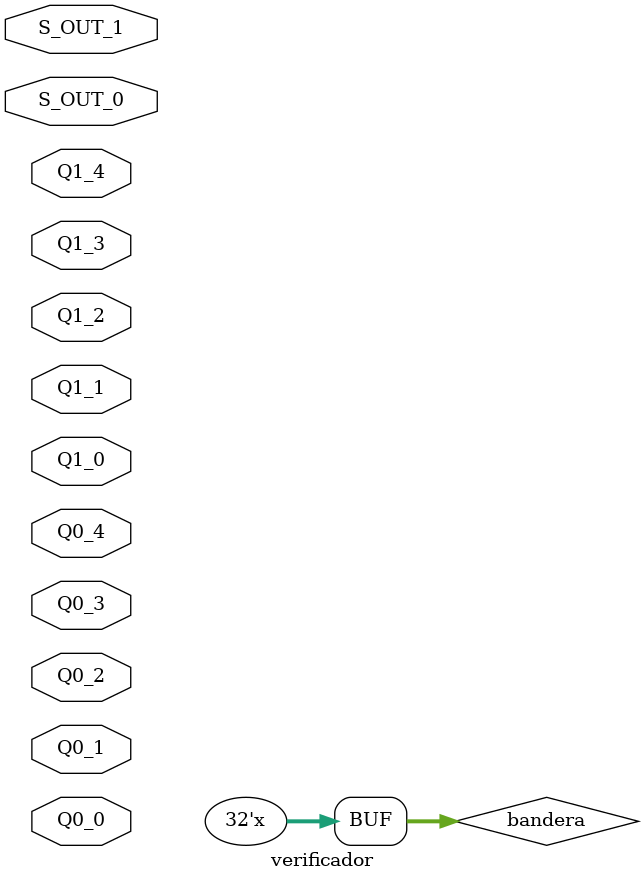
<source format=v>
/*---------------Jorge Munoz Taylor---------------*/
/*--------------------A53863----------------------*/
/*-----------Universidad de Costa Rica------------*/
/*------------Circuitos Digitales 2---------------*/
/*-------------------I-2018-----------------------*/

/*Este modulo se encarga de comparar las salidas Q y S OUT,*/
/*en caso de que no sean iguales lo indica en la terminal*/
/*junto con el tiempo donde ocurre la diferencia y el numero de prueba*/
module verificador(
    Q0_0,
    Q0_1,
    Q0_2,
    Q0_3,
    Q0_4,

    Q1_0,
    Q1_1,
    Q1_2,
    Q1_3,
    Q1_4,

    S_OUT_0,
    S_OUT_1
);
    input [3:0] Q0_0;
    input [3:0] Q0_1;
    input [3:0] Q0_2;
    input [3:0] Q0_3;
    input [3:0] Q0_4;

    input [3:0] Q1_0;
    input [3:0] Q1_1;
    input [3:0] Q1_2;
    input [3:0] Q1_3;
    input [3:0] Q1_4;

    input [4:0] S_OUT_0;
    input [4:0] S_OUT_1;

    integer bandera = 0;
    
    always @(Q0_0 or Q1_0)
    begin
        if( Q0_0 != Q1_0 ) 
        begin
            $write("\n\t%d ERROR en la prueba 1: Q en t=%dns",bandera,$realtime);
            bandera = bandera+1;         
        end
    end

    always @(Q0_1 or Q1_1)
    begin
        if( Q0_1 != Q1_1 )
        begin
            $write("\n\t%d ERROR en la prueba 2: Q en t=%dns",bandera,$realtime);
            bandera = bandera+1;
        end
    end

    always @(Q0_2 or Q1_2)
    begin
        if( Q0_2 != Q1_2 )
        begin
            $write("\n\t%d ERROR en la prueba 3: Q en t=%dns",bandera,$realtime);
            bandera = bandera+1;         
        end
    end

    always @(Q0_3 or Q1_3)
    begin
        if( Q0_3 != Q1_3 )
        begin
            $write("\n\t%d ERROR en la prueba 4: Q en t=%dns",bandera,$realtime);
            bandera = bandera+1;          
        end
    end

    always @(Q0_4 or Q1_4)
    begin
        if( Q0_4 != Q1_4 )
        begin
            $write("\n\t%d ERROR en la prueba 5: Q en t=%dns",bandera,$realtime);
            bandera = bandera+1;        
        end
    end
/*----------------------------------------------------------------------------*/

    always @(S_OUT_0[0] or S_OUT_1[0])
    begin
        if( S_OUT_0[0] != S_OUT_1[0] )
        begin
            $write("\n\t%d ERROR en la prueba 1: S_OUT en t=%dns",bandera,$realtime);
            bandera = bandera+1;
        end
    end

    always @(S_OUT_0[1] or S_OUT_1[1])
    begin
        if( S_OUT_0[1] != S_OUT_1[1] )
        begin
            $write("\n\t%d ERROR en la prueba 2: S_OUT en t=%dns",bandera,$realtime);
            bandera = bandera+1;
        end
    end

    always @(S_OUT_0[2] or S_OUT_1[2])
    begin
        if( S_OUT_0[2] != S_OUT_1[2] )
        begin
            $write("\n\t%d ERROR en la prueba 3: S_OUT en t=%dns",bandera,$realtime);
            bandera = bandera+1;
        end
    end

    always @(S_OUT_0[3] or S_OUT_1[3])
    begin
        if( S_OUT_0[3] != S_OUT_1[3] )
        begin
            $write("\n\t%d ERROR en la prueba 4: S_OUT en t=%dns",bandera,$realtime);
            bandera = bandera+1;
        end
    end

    always @(S_OUT_0[4] or S_OUT_1[4])
    begin
        if( S_OUT_0[4] != S_OUT_1[4] )
        begin
            $write("\n\t%d ERROR en la prueba 5: S_OUT en t=%dns",bandera,$realtime);
            bandera = bandera+1;
        end
    end


endmodule
</source>
